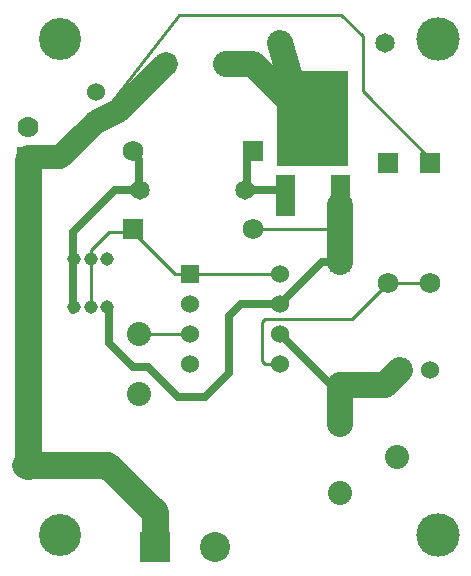
<source format=gtl>
G04 start of page 2 for group 0 idx 0 *
G04 Title: (unknown), top *
G04 Creator: pcb 20110918 *
G04 CreationDate: Tue 15 Sep 2015 17:10:51 GMT UTC *
G04 For: ksarkies *
G04 Format: Gerber/RS-274X *
G04 PCB-Dimensions: 157480 196850 *
G04 PCB-Coordinate-Origin: lower left *
%MOIN*%
%FSLAX25Y25*%
%LNTOP*%
%ADD37C,0.0290*%
%ADD36C,0.0380*%
%ADD35C,0.0300*%
%ADD34C,0.1240*%
%ADD33C,0.0350*%
%ADD32C,0.0590*%
%ADD31C,0.0280*%
%ADD30C,0.0280*%
%ADD29R,0.0630X0.0630*%
%ADD28R,0.2362X0.2362*%
%ADD27C,0.0750*%
%ADD26C,0.0450*%
%ADD25C,0.0700*%
%ADD24C,0.1450*%
%ADD23C,0.0680*%
%ADD22C,0.0650*%
%ADD21C,0.1400*%
%ADD20C,0.1000*%
%ADD19C,0.0001*%
%ADD18C,0.0800*%
%ADD17C,0.0600*%
%ADD16C,0.0800*%
%ADD15C,0.0900*%
%ADD14C,0.0250*%
%ADD13C,0.0100*%
%ADD12C,0.0400*%
%ADD11C,0.0850*%
G54D11*X109000Y106850D02*Y125850D01*
G54D12*X108000Y126850D01*
G54D13*Y117850D02*X109000Y118850D01*
G54D11*X88976Y179921D02*X94000Y162850D01*
X71000Y172850D02*X80000D01*
X93000Y159850D01*
G54D13*X55512Y189370D02*X109449D01*
X116535Y182283D01*
Y163779D01*
G54D14*X109000Y106850D02*X103000D01*
G54D13*X80000Y117850D02*X108000D01*
G54D14*X78000Y142850D02*Y131850D01*
Y130850D02*X90000D01*
X91000Y129850D01*
G54D13*X116535Y163779D02*X139370Y140944D01*
X30700Y108050D02*X30500Y107850D01*
X26000Y110850D02*Y90850D01*
G54D14*X32000D02*Y79850D01*
G54D15*X31496Y39370D02*X47244Y23622D01*
Y11811D01*
X5000Y140850D02*Y38850D01*
G54D13*X125000Y99850D02*X113000Y87850D01*
X126000Y99850D02*X125000Y98850D01*
X90000Y102850D02*X54000D01*
X125000Y99850D02*X139000D01*
X113000Y87850D02*X84000D01*
G54D14*X105000Y66850D02*X88000Y83850D01*
G54D11*X109000Y52850D02*Y65850D01*
G54D14*Y66850D02*X105000D01*
G54D11*X110000Y65850D02*X124000D01*
X129000Y70850D01*
G54D14*X103000Y106850D02*X89000Y92850D01*
X76000D02*X89000D01*
X72000Y69850D02*Y88850D01*
X76000Y92850D01*
G54D13*X84000Y87850D02*X83000Y86850D01*
Y73850D01*
X84000Y72850D01*
X89000D01*
G54D14*X88000Y83850D02*X89000Y82850D01*
X55000Y61850D02*X64000D01*
X72000Y69850D01*
G54D13*X42000Y82850D02*X59000D01*
G54D14*X32000Y79850D02*X40000Y71850D01*
X45000D01*
X55000Y61850D01*
G54D15*X3937Y39370D02*X31496D01*
G54D13*X54000Y102850D02*X40000Y116850D01*
X32000D01*
X26000Y110850D01*
G54D14*X20000Y116850D02*X34000Y130850D01*
X42000D01*
X20000Y90850D02*Y116850D01*
X42000Y130850D02*Y140850D01*
X39000Y143850D01*
X40000Y142850D01*
G54D16*X5000Y141850D02*X15748Y141732D01*
X23622Y149606D01*
X27559Y153543D01*
X35630Y157480D01*
X35433D02*X51000Y172850D01*
G54D13*X27559Y153543D02*X55512Y189370D01*
G54D17*X59000Y72850D03*
X89000D03*
Y82850D03*
G54D18*X109000Y29850D03*
G54D19*G36*
X42244Y16811D02*Y6811D01*
X52244D01*
Y16811D01*
X42244D01*
G37*
G54D20*X67244Y11811D03*
G54D16*X42000Y62850D03*
G54D21*X15748Y15748D03*
G54D19*G36*
X48000Y175850D02*Y169850D01*
X54000D01*
Y175850D01*
X48000D01*
G37*
G54D17*X71000Y172850D03*
X89000Y102850D03*
G54D22*X77500Y130850D03*
G54D19*G36*
X76600Y147250D02*Y140450D01*
X83400D01*
Y147250D01*
X76600D01*
G37*
G54D23*X80000Y117850D03*
G54D19*G36*
X1500Y145350D02*Y138350D01*
X8500D01*
Y145350D01*
X1500D01*
G37*
G54D22*X42500Y130850D03*
G54D23*X40000Y143850D03*
G54D19*G36*
X135600Y143250D02*Y136450D01*
X142400D01*
Y143250D01*
X135600D01*
G37*
G36*
X121600D02*Y136450D01*
X128400D01*
Y143250D01*
X121600D01*
G37*
G54D22*X89193Y179921D03*
X124193D03*
G54D24*X141732Y181102D03*
G54D19*G36*
X24559Y156543D02*Y150543D01*
X30559D01*
Y156543D01*
X24559D01*
G37*
G54D17*X27559Y163543D03*
G54D21*X15748Y181102D03*
G54D19*G36*
X56000Y105850D02*Y99850D01*
X62000D01*
Y105850D01*
X56000D01*
G37*
G54D17*X59000Y92850D03*
Y82850D03*
G54D25*X5000Y151850D03*
G54D19*G36*
X36600Y121250D02*Y114450D01*
X43400D01*
Y121250D01*
X36600D01*
G37*
G54D26*X31500Y107850D03*
X20500D03*
X26000D03*
X20500Y91850D03*
X26000D03*
X31500D03*
G54D16*X42000Y82850D03*
G54D17*X89000Y92850D03*
G54D19*G36*
X105600Y110250D02*Y103450D01*
X112400D01*
Y110250D01*
X105600D01*
G37*
G54D27*X109000Y53850D03*
G54D18*X128000Y41750D03*
G54D23*X139000Y99850D03*
X109000Y66850D03*
X125000Y99850D03*
G54D19*G36*
X126000Y73850D02*Y67850D01*
X132000D01*
Y73850D01*
X126000D01*
G37*
G54D17*X139000Y70850D03*
G54D24*X141732Y15748D03*
G54D28*X100000Y158724D02*Y150850D01*
G54D29*X109055Y132739D02*Y125258D01*
X90945Y132739D02*Y125258D01*
G54D30*G54D31*G54D32*G54D33*G54D34*G54D35*G54D30*G54D12*G54D36*G54D12*G54D36*G54D12*G54D34*G54D35*G54D34*G54D30*G54D36*G54D37*G54D33*G54D30*G54D36*G54D31*G54D36*G54D35*G54D34*M02*

</source>
